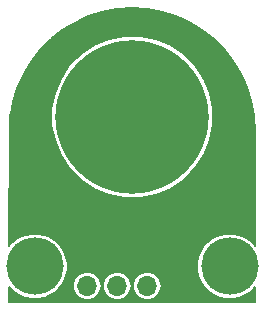
<source format=gbl>
G04 #@! TF.GenerationSoftware,KiCad,Pcbnew,5.0.2-bee76a0~70~ubuntu18.04.1*
G04 #@! TF.CreationDate,2019-03-21T18:00:55+01:00*
G04 #@! TF.ProjectId,touchsense7,746f7563-6873-4656-9e73-65372e6b6963,0_1*
G04 #@! TF.SameCoordinates,PX19fb9c8PY2c219b8*
G04 #@! TF.FileFunction,Copper,L2,Bot*
G04 #@! TF.FilePolarity,Positive*
%FSLAX46Y46*%
G04 Gerber Fmt 4.6, Leading zero omitted, Abs format (unit mm)*
G04 Created by KiCad (PCBNEW 5.0.2-bee76a0~70~ubuntu18.04.1) date 2019-03-21T18:00:55 CET*
%MOMM*%
%LPD*%
G01*
G04 APERTURE LIST*
G04 #@! TA.AperFunction,ComponentPad*
%ADD10O,1.700000X1.700000*%
G04 #@! TD*
G04 #@! TA.AperFunction,ComponentPad*
%ADD11R,1.700000X1.700000*%
G04 #@! TD*
G04 #@! TA.AperFunction,ComponentPad*
%ADD12C,4.850000*%
G04 #@! TD*
G04 #@! TA.AperFunction,ComponentPad*
%ADD13C,13.000000*%
G04 #@! TD*
G04 #@! TA.AperFunction,Conductor*
%ADD14C,0.200000*%
G04 #@! TD*
G04 APERTURE END LIST*
D10*
G04 #@! TO.P,P1,4*
G04 #@! TO.N,VCC*
X7045000Y2060000D03*
G04 #@! TO.P,P1,3*
G04 #@! TO.N,Net-(P1-Pad3)*
X9585000Y2060000D03*
G04 #@! TO.P,P1,2*
G04 #@! TO.N,Net-(P1-Pad2)*
X12125000Y2060000D03*
D11*
G04 #@! TO.P,P1,1*
G04 #@! TO.N,GND*
X14665000Y2060000D03*
G04 #@! TD*
D12*
G04 #@! TO.P,S1,1*
G04 #@! TO.N,N/C*
X19100000Y3705000D03*
G04 #@! TD*
G04 #@! TO.P,S1,1*
G04 #@! TO.N,N/C*
X2610000Y3705000D03*
G04 #@! TD*
D13*
G04 #@! TO.P,P2,1*
G04 #@! TO.N,Net-(C1-Pad1)*
X10855000Y16365000D03*
G04 #@! TD*
D14*
G04 #@! TO.N,GND*
G36*
X12103738Y25478992D02*
X13334379Y25254237D01*
X14529115Y24883261D01*
X15670622Y24371445D01*
X16742382Y23726193D01*
X17728857Y22956860D01*
X18615757Y22074592D01*
X19390249Y21092155D01*
X20041102Y20023790D01*
X20558890Y18884976D01*
X20936115Y17692201D01*
X21167311Y16462749D01*
X21249886Y15202902D01*
X21250001Y15158953D01*
X21259781Y5467526D01*
X21255483Y5473959D01*
X20868959Y5860483D01*
X20414455Y6164173D01*
X19909438Y6373358D01*
X19373314Y6480000D01*
X18826686Y6480000D01*
X18290562Y6373358D01*
X17785545Y6164173D01*
X17331041Y5860483D01*
X16944517Y5473959D01*
X16640827Y5019455D01*
X16431642Y4514438D01*
X16325000Y3978314D01*
X16325000Y3431686D01*
X16431642Y2895562D01*
X16640827Y2390545D01*
X16944517Y1936041D01*
X17331041Y1549517D01*
X17785545Y1245827D01*
X18290562Y1036642D01*
X18826686Y930000D01*
X19373314Y930000D01*
X19909438Y1036642D01*
X20414455Y1245827D01*
X20868959Y1549517D01*
X21255483Y1936041D01*
X21263333Y1947789D01*
X21264637Y655000D01*
X450243Y655000D01*
X451108Y1941142D01*
X454517Y1936041D01*
X841041Y1549517D01*
X1295545Y1245827D01*
X1800562Y1036642D01*
X2336686Y930000D01*
X2883314Y930000D01*
X3419438Y1036642D01*
X3924455Y1245827D01*
X4378959Y1549517D01*
X4765483Y1936041D01*
X4848309Y2060000D01*
X5839194Y2060000D01*
X5862363Y1824759D01*
X5930981Y1598558D01*
X6042409Y1390090D01*
X6192366Y1207366D01*
X6375090Y1057409D01*
X6583558Y945981D01*
X6809759Y877363D01*
X6986050Y860000D01*
X7103950Y860000D01*
X7280241Y877363D01*
X7506442Y945981D01*
X7714910Y1057409D01*
X7897634Y1207366D01*
X8047591Y1390090D01*
X8159019Y1598558D01*
X8227637Y1824759D01*
X8250806Y2060000D01*
X8379194Y2060000D01*
X8402363Y1824759D01*
X8470981Y1598558D01*
X8582409Y1390090D01*
X8732366Y1207366D01*
X8915090Y1057409D01*
X9123558Y945981D01*
X9349759Y877363D01*
X9526050Y860000D01*
X9643950Y860000D01*
X9820241Y877363D01*
X10046442Y945981D01*
X10254910Y1057409D01*
X10437634Y1207366D01*
X10587591Y1390090D01*
X10699019Y1598558D01*
X10767637Y1824759D01*
X10790806Y2060000D01*
X10919194Y2060000D01*
X10942363Y1824759D01*
X11010981Y1598558D01*
X11122409Y1390090D01*
X11272366Y1207366D01*
X11455090Y1057409D01*
X11663558Y945981D01*
X11889759Y877363D01*
X12066050Y860000D01*
X12183950Y860000D01*
X12360241Y877363D01*
X12586442Y945981D01*
X12794910Y1057409D01*
X12977634Y1207366D01*
X13127591Y1390090D01*
X13239019Y1598558D01*
X13307637Y1824759D01*
X13330806Y2060000D01*
X13307637Y2295241D01*
X13239019Y2521442D01*
X13127591Y2729910D01*
X12977634Y2912634D01*
X12794910Y3062591D01*
X12586442Y3174019D01*
X12360241Y3242637D01*
X12183950Y3260000D01*
X12066050Y3260000D01*
X11889759Y3242637D01*
X11663558Y3174019D01*
X11455090Y3062591D01*
X11272366Y2912634D01*
X11122409Y2729910D01*
X11010981Y2521442D01*
X10942363Y2295241D01*
X10919194Y2060000D01*
X10790806Y2060000D01*
X10767637Y2295241D01*
X10699019Y2521442D01*
X10587591Y2729910D01*
X10437634Y2912634D01*
X10254910Y3062591D01*
X10046442Y3174019D01*
X9820241Y3242637D01*
X9643950Y3260000D01*
X9526050Y3260000D01*
X9349759Y3242637D01*
X9123558Y3174019D01*
X8915090Y3062591D01*
X8732366Y2912634D01*
X8582409Y2729910D01*
X8470981Y2521442D01*
X8402363Y2295241D01*
X8379194Y2060000D01*
X8250806Y2060000D01*
X8227637Y2295241D01*
X8159019Y2521442D01*
X8047591Y2729910D01*
X7897634Y2912634D01*
X7714910Y3062591D01*
X7506442Y3174019D01*
X7280241Y3242637D01*
X7103950Y3260000D01*
X6986050Y3260000D01*
X6809759Y3242637D01*
X6583558Y3174019D01*
X6375090Y3062591D01*
X6192366Y2912634D01*
X6042409Y2729910D01*
X5930981Y2521442D01*
X5862363Y2295241D01*
X5839194Y2060000D01*
X4848309Y2060000D01*
X5069173Y2390545D01*
X5278358Y2895562D01*
X5385000Y3431686D01*
X5385000Y3978314D01*
X5278358Y4514438D01*
X5069173Y5019455D01*
X4765483Y5473959D01*
X4378959Y5860483D01*
X3924455Y6164173D01*
X3419438Y6373358D01*
X2883314Y6480000D01*
X2336686Y6480000D01*
X1800562Y6373358D01*
X1295545Y6164173D01*
X841041Y5860483D01*
X454517Y5473959D01*
X453484Y5472412D01*
X459992Y15147818D01*
X536008Y16408738D01*
X651235Y17039666D01*
X4005000Y17039666D01*
X4005000Y15690334D01*
X4268242Y14366929D01*
X4784609Y13120308D01*
X5534258Y11998380D01*
X6488380Y11044258D01*
X7610308Y10294609D01*
X8856929Y9778242D01*
X10180334Y9515000D01*
X11529666Y9515000D01*
X12853071Y9778242D01*
X14099692Y10294609D01*
X15221620Y11044258D01*
X16175742Y11998380D01*
X16925391Y13120308D01*
X17441758Y14366929D01*
X17705000Y15690334D01*
X17705000Y17039666D01*
X17441758Y18363071D01*
X16925391Y19609692D01*
X16175742Y20731620D01*
X15221620Y21685742D01*
X14099692Y22435391D01*
X12853071Y22951758D01*
X11529666Y23215000D01*
X10180334Y23215000D01*
X8856929Y22951758D01*
X7610308Y22435391D01*
X6488380Y21685742D01*
X5534258Y20731620D01*
X4784609Y19609692D01*
X4268242Y18363071D01*
X4005000Y17039666D01*
X651235Y17039666D01*
X760763Y17639379D01*
X1131739Y18834115D01*
X1643555Y19975622D01*
X2288807Y21047382D01*
X3058140Y22033857D01*
X3940408Y22920757D01*
X4922845Y23695249D01*
X5991210Y24346102D01*
X7130024Y24863890D01*
X8322799Y25241115D01*
X9552251Y25472311D01*
X10812098Y25554886D01*
X10843484Y25554968D01*
X12103738Y25478992D01*
X12103738Y25478992D01*
G37*
X12103738Y25478992D02*
X13334379Y25254237D01*
X14529115Y24883261D01*
X15670622Y24371445D01*
X16742382Y23726193D01*
X17728857Y22956860D01*
X18615757Y22074592D01*
X19390249Y21092155D01*
X20041102Y20023790D01*
X20558890Y18884976D01*
X20936115Y17692201D01*
X21167311Y16462749D01*
X21249886Y15202902D01*
X21250001Y15158953D01*
X21259781Y5467526D01*
X21255483Y5473959D01*
X20868959Y5860483D01*
X20414455Y6164173D01*
X19909438Y6373358D01*
X19373314Y6480000D01*
X18826686Y6480000D01*
X18290562Y6373358D01*
X17785545Y6164173D01*
X17331041Y5860483D01*
X16944517Y5473959D01*
X16640827Y5019455D01*
X16431642Y4514438D01*
X16325000Y3978314D01*
X16325000Y3431686D01*
X16431642Y2895562D01*
X16640827Y2390545D01*
X16944517Y1936041D01*
X17331041Y1549517D01*
X17785545Y1245827D01*
X18290562Y1036642D01*
X18826686Y930000D01*
X19373314Y930000D01*
X19909438Y1036642D01*
X20414455Y1245827D01*
X20868959Y1549517D01*
X21255483Y1936041D01*
X21263333Y1947789D01*
X21264637Y655000D01*
X450243Y655000D01*
X451108Y1941142D01*
X454517Y1936041D01*
X841041Y1549517D01*
X1295545Y1245827D01*
X1800562Y1036642D01*
X2336686Y930000D01*
X2883314Y930000D01*
X3419438Y1036642D01*
X3924455Y1245827D01*
X4378959Y1549517D01*
X4765483Y1936041D01*
X4848309Y2060000D01*
X5839194Y2060000D01*
X5862363Y1824759D01*
X5930981Y1598558D01*
X6042409Y1390090D01*
X6192366Y1207366D01*
X6375090Y1057409D01*
X6583558Y945981D01*
X6809759Y877363D01*
X6986050Y860000D01*
X7103950Y860000D01*
X7280241Y877363D01*
X7506442Y945981D01*
X7714910Y1057409D01*
X7897634Y1207366D01*
X8047591Y1390090D01*
X8159019Y1598558D01*
X8227637Y1824759D01*
X8250806Y2060000D01*
X8379194Y2060000D01*
X8402363Y1824759D01*
X8470981Y1598558D01*
X8582409Y1390090D01*
X8732366Y1207366D01*
X8915090Y1057409D01*
X9123558Y945981D01*
X9349759Y877363D01*
X9526050Y860000D01*
X9643950Y860000D01*
X9820241Y877363D01*
X10046442Y945981D01*
X10254910Y1057409D01*
X10437634Y1207366D01*
X10587591Y1390090D01*
X10699019Y1598558D01*
X10767637Y1824759D01*
X10790806Y2060000D01*
X10919194Y2060000D01*
X10942363Y1824759D01*
X11010981Y1598558D01*
X11122409Y1390090D01*
X11272366Y1207366D01*
X11455090Y1057409D01*
X11663558Y945981D01*
X11889759Y877363D01*
X12066050Y860000D01*
X12183950Y860000D01*
X12360241Y877363D01*
X12586442Y945981D01*
X12794910Y1057409D01*
X12977634Y1207366D01*
X13127591Y1390090D01*
X13239019Y1598558D01*
X13307637Y1824759D01*
X13330806Y2060000D01*
X13307637Y2295241D01*
X13239019Y2521442D01*
X13127591Y2729910D01*
X12977634Y2912634D01*
X12794910Y3062591D01*
X12586442Y3174019D01*
X12360241Y3242637D01*
X12183950Y3260000D01*
X12066050Y3260000D01*
X11889759Y3242637D01*
X11663558Y3174019D01*
X11455090Y3062591D01*
X11272366Y2912634D01*
X11122409Y2729910D01*
X11010981Y2521442D01*
X10942363Y2295241D01*
X10919194Y2060000D01*
X10790806Y2060000D01*
X10767637Y2295241D01*
X10699019Y2521442D01*
X10587591Y2729910D01*
X10437634Y2912634D01*
X10254910Y3062591D01*
X10046442Y3174019D01*
X9820241Y3242637D01*
X9643950Y3260000D01*
X9526050Y3260000D01*
X9349759Y3242637D01*
X9123558Y3174019D01*
X8915090Y3062591D01*
X8732366Y2912634D01*
X8582409Y2729910D01*
X8470981Y2521442D01*
X8402363Y2295241D01*
X8379194Y2060000D01*
X8250806Y2060000D01*
X8227637Y2295241D01*
X8159019Y2521442D01*
X8047591Y2729910D01*
X7897634Y2912634D01*
X7714910Y3062591D01*
X7506442Y3174019D01*
X7280241Y3242637D01*
X7103950Y3260000D01*
X6986050Y3260000D01*
X6809759Y3242637D01*
X6583558Y3174019D01*
X6375090Y3062591D01*
X6192366Y2912634D01*
X6042409Y2729910D01*
X5930981Y2521442D01*
X5862363Y2295241D01*
X5839194Y2060000D01*
X4848309Y2060000D01*
X5069173Y2390545D01*
X5278358Y2895562D01*
X5385000Y3431686D01*
X5385000Y3978314D01*
X5278358Y4514438D01*
X5069173Y5019455D01*
X4765483Y5473959D01*
X4378959Y5860483D01*
X3924455Y6164173D01*
X3419438Y6373358D01*
X2883314Y6480000D01*
X2336686Y6480000D01*
X1800562Y6373358D01*
X1295545Y6164173D01*
X841041Y5860483D01*
X454517Y5473959D01*
X453484Y5472412D01*
X459992Y15147818D01*
X536008Y16408738D01*
X651235Y17039666D01*
X4005000Y17039666D01*
X4005000Y15690334D01*
X4268242Y14366929D01*
X4784609Y13120308D01*
X5534258Y11998380D01*
X6488380Y11044258D01*
X7610308Y10294609D01*
X8856929Y9778242D01*
X10180334Y9515000D01*
X11529666Y9515000D01*
X12853071Y9778242D01*
X14099692Y10294609D01*
X15221620Y11044258D01*
X16175742Y11998380D01*
X16925391Y13120308D01*
X17441758Y14366929D01*
X17705000Y15690334D01*
X17705000Y17039666D01*
X17441758Y18363071D01*
X16925391Y19609692D01*
X16175742Y20731620D01*
X15221620Y21685742D01*
X14099692Y22435391D01*
X12853071Y22951758D01*
X11529666Y23215000D01*
X10180334Y23215000D01*
X8856929Y22951758D01*
X7610308Y22435391D01*
X6488380Y21685742D01*
X5534258Y20731620D01*
X4784609Y19609692D01*
X4268242Y18363071D01*
X4005000Y17039666D01*
X651235Y17039666D01*
X760763Y17639379D01*
X1131739Y18834115D01*
X1643555Y19975622D01*
X2288807Y21047382D01*
X3058140Y22033857D01*
X3940408Y22920757D01*
X4922845Y23695249D01*
X5991210Y24346102D01*
X7130024Y24863890D01*
X8322799Y25241115D01*
X9552251Y25472311D01*
X10812098Y25554886D01*
X10843484Y25554968D01*
X12103738Y25478992D01*
G04 #@! TD*
M02*

</source>
